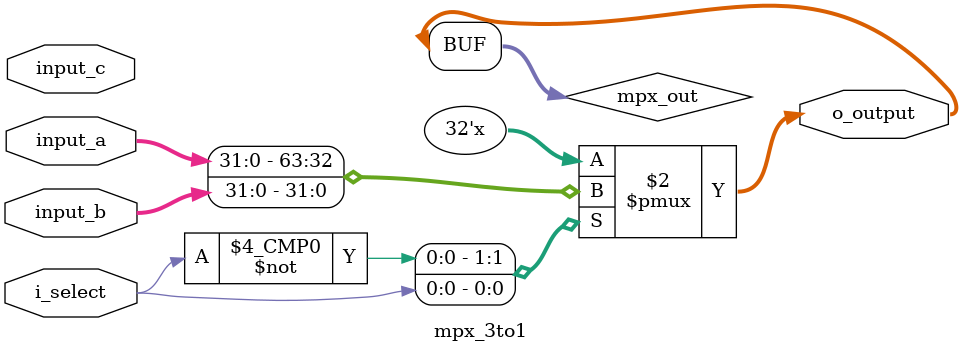
<source format=v>
/**

**/

module mpx_3to1
    #(
        // Parameters
        parameter N     =   32
    )
    (   
        // Input 
        input wire [N-1 : 0]    input_a,        // Input 1
        input wire [N-1 : 0]    input_b,        // Input 2
        input wire [N-1 : 0]    input_c,        // Input 3
        input wire              i_select,       // Control Line
        // Output
        output wire [N-1 : 0]   o_output        // Output Line 
    );

    // Parameters
    localparam A = 2'b00;
    localparam B = 2'b01;
    localparam C = 2'b10;

    reg [N-1 : 0] mpx_out;
    assign o_output = mpx_out;

    always @(*) 
    begin
        case(i_select)
            A:          mpx_out = input_a;
            B:          mpx_out = input_b;
            C:          mpx_out = input_c;
            default:    mpx_out = input_a;
        endcase
    end

endmodule
</source>
